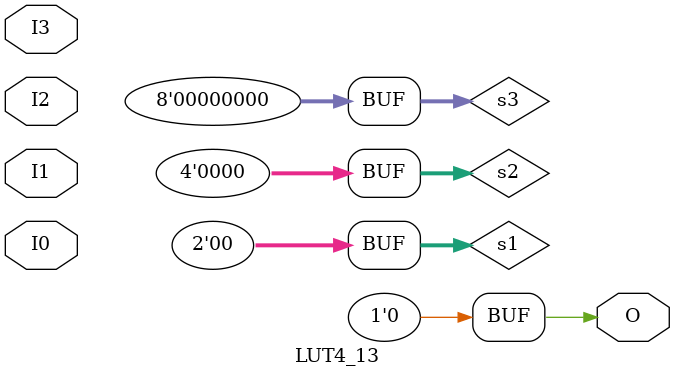
<source format=v>
module LUT4_13(output O, input I0, I1, I2, I3);
  parameter [15:0] INIT = 0;
  wire [ 7: 0] s3 = I3 ? INIT[15: 8] : INIT[ 7: 0];
  wire [ 3: 0] s2 = I2 ?   s3[ 7: 4] :   s3[ 3: 0];
  wire [ 1: 0] s1 = I1 ?   s2[ 3: 2] :   s2[ 1: 0];
  assign O = I0 ? s1[1] : s1[0];
endmodule
</source>
